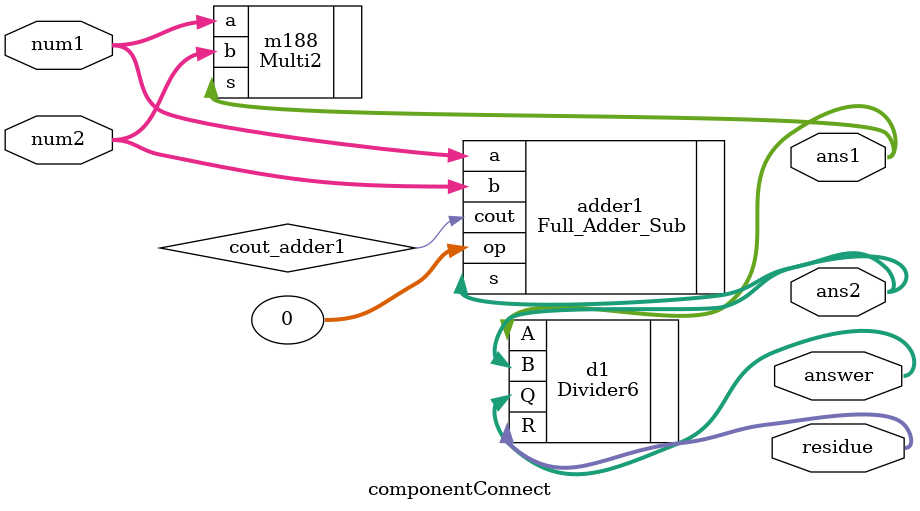
<source format=v>
module componentConnect(input[5:0] 	num1,
								input[5:0] 	num2,
								output[9:0] answer,
								output[9:0] residue,
								output[9:0] ans1,
								output[9:0] ans2);
						
							  
							  
wire cout_adder1;


Multi2    m188(.a(num1),.b(num2),.s(ans1));
Full_Adder_Sub adder1(.a(num1),.b(num2),.op(0),.s(ans2),.cout(cout_adder1));
Divider6 d1(.A(ans1),.B(ans2),.Q(answer),.R(residue));	


endmodule
 
</source>
